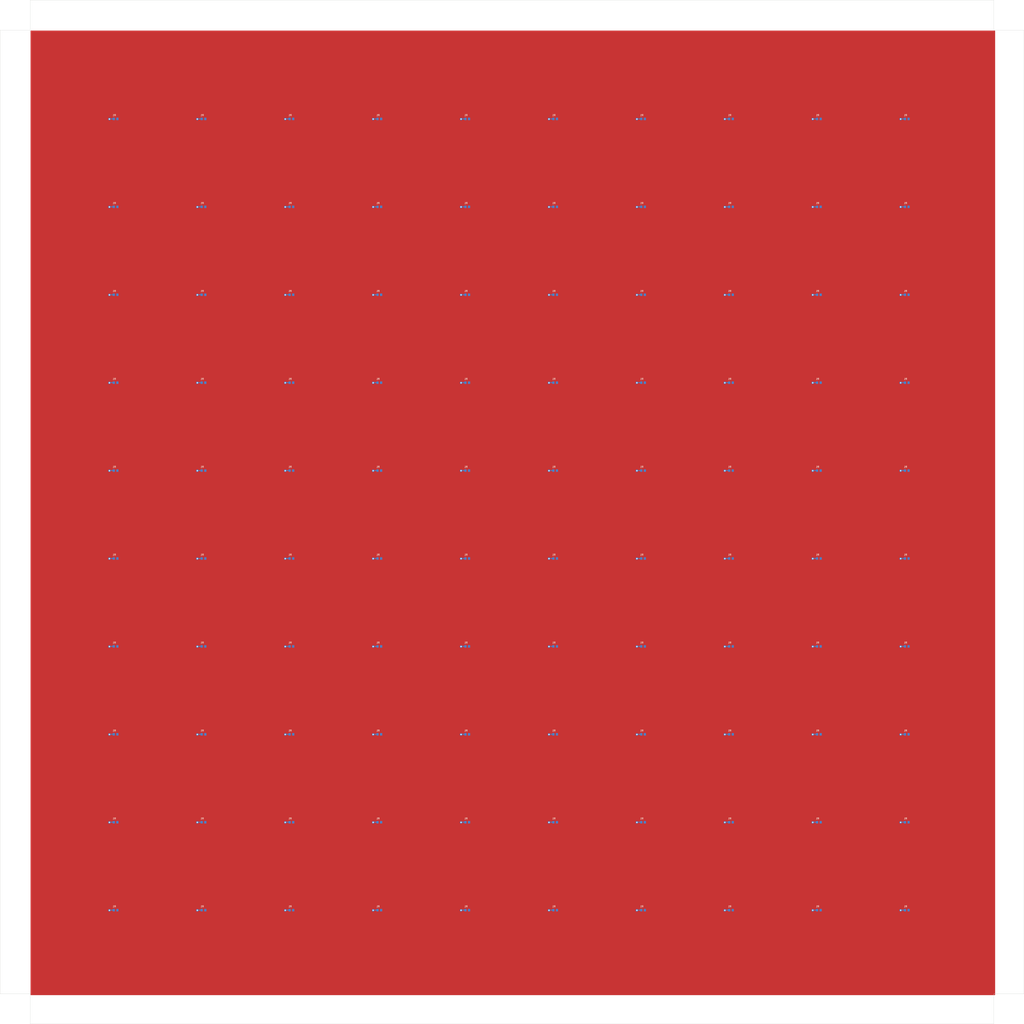
<source format=kicad_pcb>
(kicad_pcb (version 20241229) (generator "pcbnew") (generator_version "9.0")
  (layers (0 "F.Cu" signal) (2 "B.Cu" signal) (13 "F.Paste" user) (15 "B.Paste" user) (5 "F.SilkS" user "F.Silkscreen") (7 "B.SilkS" user "B.Silkscreen") (1 "F.Mask" user) (3 "B.Mask" user) (25 "Edge.Cuts" user))
  (net 0 "")
  (footprint "RC0402JR_0710RP:RESC1005X40N" (layer "B.Cu") (at 217.136365 49.754545 180)
    (property "Reference" "R1")
    (property "Value" "10")
  )
  (footprint "RC0402JR_0710RP:RESC1005X40N" (layer "B.Cu") (at 69.75455 218.190905 180)
    (property "Reference" "R1")
    (property "Value" "10")
  )
  (footprint "RC0402JR_0710RP:RESC1005X40N" (layer "B.Cu") (at 132.918185 91.863635 180)
    (property "Reference" "R1")
    (property "Value" "10")
  )
  (footprint "RC0402JR_0710RP:RESC1005X40N" (layer "B.Cu") (at 238.19091 197.13636 180)
    (property "Reference" "R1")
    (property "Value" "10")
  )
  (footprint "RC0402JR_0710RP:RESC1005X40N" (layer "B.Cu") (at 196.08182 49.754545 180)
    (property "Reference" "R1")
    (property "Value" "10")
  )
  (footprint "RC0402JR_0710RP:RESC1005X40N" (layer "B.Cu") (at 217.136365 112.91818 180)
    (property "Reference" "R1")
    (property "Value" "10")
  )
  (footprint "RC0402JR_0710RP:RESC1005X40N" (layer "B.Cu") (at 175.027275 218.190905 180)
    (property "Reference" "R1")
    (property "Value" "10")
  )
  (footprint "RC0402JR_0710RP:RESC1005X40N" (layer "B.Cu") (at 69.75455 70.80909 180)
    (property "Reference" "R1")
    (property "Value" "10")
  )
  (footprint "RC0402JR_0710RP:RESC1005X40N" (layer "B.Cu") (at 132.918185 197.13636 180)
    (property "Reference" "R1")
    (property "Value" "10")
  )
  (footprint "RC0402JR_0710RP:RESC1005X40N" (layer "B.Cu") (at 90.809095 197.13636 180)
    (property "Reference" "R1")
    (property "Value" "10")
  )
  (footprint "RC0402JR_0710RP:RESC1005X40N" (layer "B.Cu") (at 259.245455 155.02727 180)
    (property "Reference" "R1")
    (property "Value" "10")
  )
  (footprint "RC0402JR_0710RP:RESC1005X40N" (layer "B.Cu") (at 259.245455 197.13636 180)
    (property "Reference" "R1")
    (property "Value" "10")
  )
  (footprint "RC0402JR_0710RP:RESC1005X40N" (layer "B.Cu") (at 90.809095 70.80909 180)
    (property "Reference" "R1")
    (property "Value" "10")
  )
  (footprint "RC0402JR_0710RP:RESC1005X40N" (layer "B.Cu") (at 238.19091 218.190905 180)
    (property "Reference" "R1")
    (property "Value" "10")
  )
  (footprint "RC0402JR_0710RP:RESC1005X40N" (layer "B.Cu") (at 132.918185 70.80909 180)
    (property "Reference" "R1")
    (property "Value" "10")
  )
  (footprint "RC0402JR_0710RP:RESC1005X40N" (layer "B.Cu") (at 217.136365 176.081815 180)
    (property "Reference" "R1")
    (property "Value" "10")
  )
  (footprint "RC0402JR_0710RP:RESC1005X40N" (layer "B.Cu") (at 111.86364 218.190905 180)
    (property "Reference" "R1")
    (property "Value" "10")
  )
  (footprint "RC0402JR_0710RP:RESC1005X40N" (layer "B.Cu") (at 132.918185 218.190905 180)
    (property "Reference" "R1")
    (property "Value" "10")
  )
  (footprint "RC0402JR_0710RP:RESC1005X40N" (layer "B.Cu") (at 111.86364 239.24545 180)
    (property "Reference" "R1")
    (property "Value" "10")
  )
  (footprint "RC0402JR_0710RP:RESC1005X40N" (layer "B.Cu") (at 259.245455 133.972725 180)
    (property "Reference" "R1")
    (property "Value" "10")
  )
  (footprint "RC0402JR_0710RP:RESC1005X40N" (layer "B.Cu") (at 90.809095 112.91818 180)
    (property "Reference" "R1")
    (property "Value" "10")
  )
  (footprint "RC0402JR_0710RP:RESC1005X40N" (layer "B.Cu") (at 175.027275 49.754545 180)
    (property "Reference" "R1")
    (property "Value" "10")
  )
  (footprint "RC0402JR_0710RP:RESC1005X40N" (layer "B.Cu") (at 175.027275 176.081815 180)
    (property "Reference" "R1")
    (property "Value" "10")
  )
  (footprint "RC0402JR_0710RP:RESC1005X40N" (layer "B.Cu") (at 259.245455 218.190905 180)
    (property "Reference" "R1")
    (property "Value" "10")
  )
  (footprint "RC0402JR_0710RP:RESC1005X40N" (layer "B.Cu") (at 69.75455 239.24545 180)
    (property "Reference" "R1")
    (property "Value" "10")
  )
  (footprint "RC0402JR_0710RP:RESC1005X40N" (layer "B.Cu") (at 196.08182 112.91818 180)
    (property "Reference" "R1")
    (property "Value" "10")
  )
  (footprint "RC0402JR_0710RP:RESC1005X40N" (layer "B.Cu") (at 175.027275 155.02727 180)
    (property "Reference" "R1")
    (property "Value" "10")
  )
  (footprint "RC0402JR_0710RP:RESC1005X40N" (layer "B.Cu") (at 238.19091 155.02727 180)
    (property "Reference" "R1")
    (property "Value" "10")
  )
  (footprint "RC0402JR_0710RP:RESC1005X40N" (layer "B.Cu") (at 259.245455 239.24545 180)
    (property "Reference" "R1")
    (property "Value" "10")
  )
  (footprint "RC0402JR_0710RP:RESC1005X40N" (layer "B.Cu") (at 196.08182 218.190905 180)
    (property "Reference" "R1")
    (property "Value" "10")
  )
  (footprint "RC0402JR_0710RP:RESC1005X40N" (layer "B.Cu") (at 196.08182 197.13636 180)
    (property "Reference" "R1")
    (property "Value" "10")
  )
  (footprint "RC0402JR_0710RP:RESC1005X40N" (layer "B.Cu") (at 132.918185 239.24545 180)
    (property "Reference" "R1")
    (property "Value" "10")
  )
  (footprint "RC0402JR_0710RP:RESC1005X40N" (layer "B.Cu") (at 175.027275 112.91818 180)
    (property "Reference" "R1")
    (property "Value" "10")
  )
  (footprint "RC0402JR_0710RP:RESC1005X40N" (layer "B.Cu") (at 238.19091 176.081815 180)
    (property "Reference" "R1")
    (property "Value" "10")
  )
  (footprint "RC0402JR_0710RP:RESC1005X40N" (layer "B.Cu") (at 111.86364 91.863635 180)
    (property "Reference" "R1")
    (property "Value" "10")
  )
  (footprint "RC0402JR_0710RP:RESC1005X40N" (layer "B.Cu") (at 196.08182 155.02727 180)
    (property "Reference" "R1")
    (property "Value" "10")
  )
  (footprint "RC0402JR_0710RP:RESC1005X40N" (layer "B.Cu") (at 153.97273 197.13636 180)
    (property "Reference" "R1")
    (property "Value" "10")
  )
  (footprint "RC0402JR_0710RP:RESC1005X40N" (layer "B.Cu") (at 111.86364 197.13636 180)
    (property "Reference" "R1")
    (property "Value" "10")
  )
  (footprint "RC0402JR_0710RP:RESC1005X40N" (layer "B.Cu") (at 196.08182 176.081815 180)
    (property "Reference" "R1")
    (property "Value" "10")
  )
  (footprint "RC0402JR_0710RP:RESC1005X40N" (layer "B.Cu") (at 153.97273 155.02727 180)
    (property "Reference" "R1")
    (property "Value" "10")
  )
  (footprint "RC0402JR_0710RP:RESC1005X40N" (layer "B.Cu") (at 153.97273 239.24545 180)
    (property "Reference" "R1")
    (property "Value" "10")
  )
  (footprint "RC0402JR_0710RP:RESC1005X40N" (layer "B.Cu") (at 217.136365 239.24545 180)
    (property "Reference" "R1")
    (property "Value" "10")
  )
  (footprint "RC0402JR_0710RP:RESC1005X40N" (layer "B.Cu") (at 132.918185 155.02727 180)
    (property "Reference" "R1")
    (property "Value" "10")
  )
  (footprint "RC0402JR_0710RP:RESC1005X40N" (layer "B.Cu") (at 238.19091 133.972725 180)
    (property "Reference" "R1")
    (property "Value" "10")
  )
  (footprint "RC0402JR_0710RP:RESC1005X40N" (layer "B.Cu") (at 111.86364 133.972725 180)
    (property "Reference" "R1")
    (property "Value" "10")
  )
  (footprint "RC0402JR_0710RP:RESC1005X40N" (layer "B.Cu") (at 217.136365 218.190905 180)
    (property "Reference" "R1")
    (property "Value" "10")
  )
  (footprint "RC0402JR_0710RP:RESC1005X40N" (layer "B.Cu") (at 153.97273 91.863635 180)
    (property "Reference" "R1")
    (property "Value" "10")
  )
  (footprint "RC0402JR_0710RP:RESC1005X40N" (layer "B.Cu") (at 132.918185 112.91818 180)
    (property "Reference" "R1")
    (property "Value" "10")
  )
  (footprint "RC0402JR_0710RP:RESC1005X40N" (layer "B.Cu") (at 175.027275 197.13636 180)
    (property "Reference" "R1")
    (property "Value" "10")
  )
  (footprint "RC0402JR_0710RP:RESC1005X40N" (layer "B.Cu") (at 132.918185 133.972725 180)
    (property "Reference" "R1")
    (property "Value" "10")
  )
  (footprint "RC0402JR_0710RP:RESC1005X40N" (layer "B.Cu") (at 90.809095 176.081815 180)
    (property "Reference" "R1")
    (property "Value" "10")
  )
  (footprint "RC0402JR_0710RP:RESC1005X40N" (layer "B.Cu") (at 69.75455 155.02727 180)
    (property "Reference" "R1")
    (property "Value" "10")
  )
  (footprint "RC0402JR_0710RP:RESC1005X40N" (layer "B.Cu") (at 90.809095 133.972725 180)
    (property "Reference" "R1")
    (property "Value" "10")
  )
  (footprint "RC0402JR_0710RP:RESC1005X40N" (layer "B.Cu") (at 259.245455 91.863635 180)
    (property "Reference" "R1")
    (property "Value" "10")
  )
  (footprint "RC0402JR_0710RP:RESC1005X40N" (layer "B.Cu") (at 217.136365 70.80909 180)
    (property "Reference" "R1")
    (property "Value" "10")
  )
  (footprint "RC0402JR_0710RP:RESC1005X40N" (layer "B.Cu") (at 90.809095 155.02727 180)
    (property "Reference" "R1")
    (property "Value" "10")
  )
  (footprint "RC0402JR_0710RP:RESC1005X40N" (layer "B.Cu") (at 217.136365 133.972725 180)
    (property "Reference" "R1")
    (property "Value" "10")
  )
  (footprint "RC0402JR_0710RP:RESC1005X40N" (layer "B.Cu") (at 217.136365 155.02727 180)
    (property "Reference" "R1")
    (property "Value" "10")
  )
  (footprint "RC0402JR_0710RP:RESC1005X40N" (layer "B.Cu") (at 196.08182 91.863635 180)
    (property "Reference" "R1")
    (property "Value" "10")
  )
  (footprint "RC0402JR_0710RP:RESC1005X40N" (layer "B.Cu") (at 90.809095 91.863635 180)
    (property "Reference" "R1")
    (property "Value" "10")
  )
  (footprint "RC0402JR_0710RP:RESC1005X40N" (layer "B.Cu") (at 196.08182 239.24545 180)
    (property "Reference" "R1")
    (property "Value" "10")
  )
  (footprint "RC0402JR_0710RP:RESC1005X40N" (layer "B.Cu") (at 132.918185 176.081815 180)
    (property "Reference" "R1")
    (property "Value" "10")
  )
  (footprint "RC0402JR_0710RP:RESC1005X40N" (layer "B.Cu") (at 69.75455 112.91818 180)
    (property "Reference" "R1")
    (property "Value" "10")
  )
  (footprint "RC0402JR_0710RP:RESC1005X40N" (layer "B.Cu") (at 153.97273 112.91818 180)
    (property "Reference" "R1")
    (property "Value" "10")
  )
  (footprint "RC0402JR_0710RP:RESC1005X40N" (layer "B.Cu") (at 111.86364 49.754545 180)
    (property "Reference" "R1")
    (property "Value" "10")
  )
  (footprint "RC0402JR_0710RP:RESC1005X40N" (layer "B.Cu") (at 259.245455 176.081815 180)
    (property "Reference" "R1")
    (property "Value" "10")
  )
  (footprint "RC0402JR_0710RP:RESC1005X40N" (layer "B.Cu") (at 69.75455 197.13636 180)
    (property "Reference" "R1")
    (property "Value" "10")
  )
  (footprint "RC0402JR_0710RP:RESC1005X40N" (layer "B.Cu") (at 196.08182 70.80909 180)
    (property "Reference" "R1")
    (property "Value" "10")
  )
  (footprint "RC0402JR_0710RP:RESC1005X40N" (layer "B.Cu") (at 153.97273 49.754545 180)
    (property "Reference" "R1")
    (property "Value" "10")
  )
  (footprint "RC0402JR_0710RP:RESC1005X40N" (layer "B.Cu") (at 90.809095 218.190905 180)
    (property "Reference" "R1")
    (property "Value" "10")
  )
  (footprint "RC0402JR_0710RP:RESC1005X40N" (layer "B.Cu") (at 259.245455 70.80909 180)
    (property "Reference" "R1")
    (property "Value" "10")
  )
  (footprint "RC0402JR_0710RP:RESC1005X40N" (layer "B.Cu") (at 217.136365 91.863635 180)
    (property "Reference" "R1")
    (property "Value" "10")
  )
  (footprint "RC0402JR_0710RP:RESC1005X40N" (layer "B.Cu") (at 69.75455 133.972725 180)
    (property "Reference" "R1")
    (property "Value" "10")
  )
  (footprint "RC0402JR_0710RP:RESC1005X40N" (layer "B.Cu") (at 175.027275 91.863635 180)
    (property "Reference" "R1")
    (property "Value" "10")
  )
  (footprint "RC0402JR_0710RP:RESC1005X40N" (layer "B.Cu") (at 69.75455 91.863635 180)
    (property "Reference" "R1")
    (property "Value" "10")
  )
  (footprint "RC0402JR_0710RP:RESC1005X40N" (layer "B.Cu") (at 217.136365 197.13636 180)
    (property "Reference" "R1")
    (property "Value" "10")
  )
  (footprint "RC0402JR_0710RP:RESC1005X40N" (layer "B.Cu") (at 238.19091 112.91818 180)
    (property "Reference" "R1")
    (property "Value" "10")
  )
  (footprint "RC0402JR_0710RP:RESC1005X40N" (layer "B.Cu") (at 111.86364 176.081815 180)
    (property "Reference" "R1")
    (property "Value" "10")
  )
  (footprint "RC0402JR_0710RP:RESC1005X40N" (layer "B.Cu") (at 153.97273 133.972725 180)
    (property "Reference" "R1")
    (property "Value" "10")
  )
  (footprint "RC0402JR_0710RP:RESC1005X40N" (layer "B.Cu") (at 175.027275 239.24545 180)
    (property "Reference" "R1")
    (property "Value" "10")
  )
  (footprint "RC0402JR_0710RP:RESC1005X40N" (layer "B.Cu") (at 69.75455 49.754545 180)
    (property "Reference" "R1")
    (property "Value" "10")
  )
  (footprint "RC0402JR_0710RP:RESC1005X40N" (layer "B.Cu") (at 175.027275 70.80909 180)
    (property "Reference" "R1")
    (property "Value" "10")
  )
  (footprint "RC0402JR_0710RP:RESC1005X40N" (layer "B.Cu") (at 153.97273 70.80909 180)
    (property "Reference" "R1")
    (property "Value" "10")
  )
  (footprint "RC0402JR_0710RP:RESC1005X40N" (layer "B.Cu") (at 238.19091 239.24545 180)
    (property "Reference" "R1")
    (property "Value" "10")
  )
  (footprint "RC0402JR_0710RP:RESC1005X40N" (layer "B.Cu") (at 153.97273 218.190905 180)
    (property "Reference" "R1")
    (property "Value" "10")
  )
  (footprint "RC0402JR_0710RP:RESC1005X40N" (layer "B.Cu") (at 90.809095 49.754545 180)
    (property "Reference" "R1")
    (property "Value" "10")
  )
  (footprint "RC0402JR_0710RP:RESC1005X40N" (layer "B.Cu") (at 175.027275 133.972725 180)
    (property "Reference" "R1")
    (property "Value" "10")
  )
  (footprint "RC0402JR_0710RP:RESC1005X40N" (layer "B.Cu") (at 238.19091 70.80909 180)
    (property "Reference" "R1")
    (property "Value" "10")
  )
  (footprint "RC0402JR_0710RP:RESC1005X40N" (layer "B.Cu") (at 90.809095 239.24545 180)
    (property "Reference" "R1")
    (property "Value" "10")
  )
  (footprint "RC0402JR_0710RP:RESC1005X40N" (layer "B.Cu") (at 238.19091 49.754545 180)
    (property "Reference" "R1")
    (property "Value" "10")
  )
  (footprint "RC0402JR_0710RP:RESC1005X40N" (layer "B.Cu") (at 259.245455 49.754545 180)
    (property "Reference" "R1")
    (property "Value" "10")
  )
  (footprint "RC0402JR_0710RP:RESC1005X40N" (layer "B.Cu") (at 259.245455 112.91818 180)
    (property "Reference" "R1")
    (property "Value" "10")
  )
  (footprint "RC0402JR_0710RP:RESC1005X40N" (layer "B.Cu") (at 111.86364 112.91818 180)
    (property "Reference" "R1")
    (property "Value" "10")
  )
  (footprint "RC0402JR_0710RP:RESC1005X40N" (layer "B.Cu") (at 111.86364 155.02727 180)
    (property "Reference" "R1")
    (property "Value" "10")
  )
  (footprint "RC0402JR_0710RP:RESC1005X40N" (layer "B.Cu") (at 111.86364 70.80909 180)
    (property "Reference" "R1")
    (property "Value" "10")
  )
  (footprint "RC0402JR_0710RP:RESC1005X40N" (layer "B.Cu") (at 238.19091 91.863635 180)
    (property "Reference" "R1")
    (property "Value" "10")
  )
  (footprint "RC0402JR_0710RP:RESC1005X40N" (layer "B.Cu") (at 196.08182 133.972725 180)
    (property "Reference" "R1")
    (property "Value" "10")
  )
  (footprint "RC0402JR_0710RP:RESC1005X40N" (layer "B.Cu") (at 153.97273 176.081815 180)
    (property "Reference" "R1")
    (property "Value" "10")
  )
  (footprint "RC0402JR_0710RP:RESC1005X40N" (layer "B.Cu") (at 69.75455 176.081815 180)
    (property "Reference" "R1")
    (property "Value" "10")
  )
  (footprint "RC0402JR_0710RP:RESC1005X40N" (layer "B.Cu") (at 132.918185 49.754545 180)
    (property "Reference" "R1")
    (property "Value" "10")
  )
  (gr_rect (start 49.5 28.7) (end 280.3 259.5) (stroke (width 0.2)) (fill yes) (layer "F.Cu"))
  (gr_poly (pts (xy 280.1 21.3) (xy 280.1 28.5) (xy 287.3 28.5) (xy 287.3 259.3) (xy 280.1 259.3) (xy 280.1 266.5) (xy 49.3 266.5) (xy 49.3 259.3) (xy 42.1 259.3) (xy 42.1 28.5) (xy 49.3 28.5) (xy 49.3 21.3)) (stroke (width 0.05)) (fill no) (layer "Edge.Cuts"))
  (segment (start 236.71381 155.045455) (end 235.91381 155.045455) (width 0.2) (layer "F.Cu") (net 0))
  (segment (start 110.38654 134.045455) (end 109.58654 134.045455) (width 0.2) (layer "F.Cu") (net 0))
  (segment (start 89.331995 197.245455) (end 88.531995 197.245455) (width 0.2) (layer "F.Cu") (net 0))
  (segment (start 110.38654 70.845455) (end 109.58654 70.845455) (width 0.2) (layer "F.Cu") (net 0))
  (segment (start 173.650175 176.145455) (end 172.850175 176.145455) (width 0.2) (layer "F.Cu") (net 0))
  (segment (start 194.60472 197.245455) (end 193.80472 197.245455) (width 0.2) (layer "F.Cu") (net 0))
  (segment (start 152.49563 155.045455) (end 151.69563 155.045455) (width 0.2) (layer "F.Cu") (net 0))
  (segment (start 89.331995 49.79091) (end 88.531995 49.79091) (width 0.2) (layer "F.Cu") (net 0))
  (segment (start 215.659265 197.245455) (end 214.859265 197.245455) (width 0.2) (layer "F.Cu") (net 0))
  (segment (start 89.431995 176.145455) (end 88.631995 176.145455) (width 0.2) (layer "F.Cu") (net 0))
  (segment (start 257.768355 218.245455) (end 256.968355 218.245455) (width 0.2) (layer "F.Cu") (net 0))
  (segment (start 110.38654 91.945455) (end 109.58654 91.945455) (width 0.2) (layer "F.Cu") (net 0))
  (segment (start 89.331995 70.845455) (end 88.531995 70.845455) (width 0.2) (layer "F.Cu") (net 0))
  (segment (start 236.71381 70.845455) (end 235.91381 70.845455) (width 0.2) (layer "F.Cu") (net 0))
  (segment (start 152.59563 176.145455) (end 151.79563 176.145455) (width 0.2) (layer "F.Cu") (net 0))
  (segment (start 152.49563 134.045455) (end 151.69563 134.045455) (width 0.2) (layer "F.Cu") (net 0))
  (segment (start 215.659265 91.945455) (end 214.859265 91.945455) (width 0.2) (layer "F.Cu") (net 0))
  (segment (start 131.441085 91.945455) (end 130.641085 91.945455) (width 0.2) (layer "F.Cu") (net 0))
  (segment (start 257.868355 176.145455) (end 257.068355 176.145455) (width 0.2) (layer "F.Cu") (net 0))
  (segment (start 194.60472 155.045455) (end 193.80472 155.045455) (width 0.2) (layer "F.Cu") (net 0))
  (segment (start 68.27745 70.845455) (end 67.47745 70.845455) (width 0.2) (layer "F.Cu") (net 0))
  (segment (start 68.27745 134.045455) (end 67.47745 134.045455) (width 0.2) (layer "F.Cu") (net 0))
  (segment (start 110.38654 112.945455) (end 109.58654 112.945455) (width 0.2) (layer "F.Cu") (net 0))
  (segment (start 110.38654 155.045455) (end 109.58654 155.045455) (width 0.2) (layer "F.Cu") (net 0))
  (segment (start 236.71381 218.245455) (end 235.91381 218.245455) (width 0.2) (layer "F.Cu") (net 0))
  (segment (start 194.60472 91.945455) (end 193.80472 91.945455) (width 0.2) (layer "F.Cu") (net 0))
  (segment (start 131.441085 197.245455) (end 130.641085 197.245455) (width 0.2) (layer "F.Cu") (net 0))
  (segment (start 236.71381 112.945455) (end 235.91381 112.945455) (width 0.2) (layer "F.Cu") (net 0))
  (segment (start 89.331995 155.045455) (end 88.531995 155.045455) (width 0.2) (layer "F.Cu") (net 0))
  (segment (start 257.768355 70.845455) (end 256.968355 70.845455) (width 0.2) (layer "F.Cu") (net 0))
  (segment (start 236.71381 239.345455) (end 235.91381 239.345455) (width 0.2) (layer "F.Cu") (net 0))
  (segment (start 194.70472 176.145455) (end 193.90472 176.145455) (width 0.2) (layer "F.Cu") (net 0))
  (segment (start 152.49563 49.79091) (end 151.69563 49.79091) (width 0.2) (layer "F.Cu") (net 0))
  (segment (start 131.441085 112.945455) (end 130.641085 112.945455) (width 0.2) (layer "F.Cu") (net 0))
  (segment (start 257.768355 91.945455) (end 256.968355 91.945455) (width 0.2) (layer "F.Cu") (net 0))
  (segment (start 152.49563 197.245455) (end 151.69563 197.245455) (width 0.2) (layer "F.Cu") (net 0))
  (segment (start 215.659265 218.245455) (end 214.859265 218.245455) (width 0.2) (layer "F.Cu") (net 0))
  (segment (start 152.49563 218.245455) (end 151.69563 218.245455) (width 0.2) (layer "F.Cu") (net 0))
  (segment (start 68.27745 197.245455) (end 67.47745 197.245455) (width 0.2) (layer "F.Cu") (net 0))
  (segment (start 173.550175 49.79091) (end 172.750175 49.79091) (width 0.2) (layer "F.Cu") (net 0))
  (segment (start 68.27745 218.245455) (end 67.47745 218.245455) (width 0.2) (layer "F.Cu") (net 0))
  (segment (start 173.550175 134.045455) (end 172.750175 134.045455) (width 0.2) (layer "F.Cu") (net 0))
  (segment (start 110.48654 176.145455) (end 109.68654 176.145455) (width 0.2) (layer "F.Cu") (net 0))
  (segment (start 152.49563 239.345455) (end 151.69563 239.345455) (width 0.2) (layer "F.Cu") (net 0))
  (segment (start 236.71381 91.945455) (end 235.91381 91.945455) (width 0.2) (layer "F.Cu") (net 0))
  (segment (start 215.659265 239.345455) (end 214.859265 239.345455) (width 0.2) (layer "F.Cu") (net 0))
  (segment (start 215.659265 70.845455) (end 214.859265 70.845455) (width 0.2) (layer "F.Cu") (net 0))
  (segment (start 236.81381 176.145455) (end 236.01381 176.145455) (width 0.2) (layer "F.Cu") (net 0))
  (segment (start 131.441085 239.345455) (end 130.641085 239.345455) (width 0.2) (layer "F.Cu") (net 0))
  (segment (start 152.49563 70.845455) (end 151.69563 70.845455) (width 0.2) (layer "F.Cu") (net 0))
  (segment (start 257.768355 112.945455) (end 256.968355 112.945455) (width 0.2) (layer "F.Cu") (net 0))
  (segment (start 257.768355 197.245455) (end 256.968355 197.245455) (width 0.2) (layer "F.Cu") (net 0))
  (segment (start 89.331995 239.345455) (end 88.531995 239.345455) (width 0.2) (layer "F.Cu") (net 0))
  (segment (start 173.550175 197.245455) (end 172.750175 197.245455) (width 0.2) (layer "F.Cu") (net 0))
  (segment (start 257.768355 239.345455) (end 256.968355 239.345455) (width 0.2) (layer "F.Cu") (net 0))
  (segment (start 131.441085 155.045455) (end 130.641085 155.045455) (width 0.2) (layer "F.Cu") (net 0))
  (segment (start 68.27745 155.045455) (end 67.47745 155.045455) (width 0.2) (layer "F.Cu") (net 0))
  (segment (start 110.38654 49.79091) (end 109.58654 49.79091) (width 0.2) (layer "F.Cu") (net 0))
  (segment (start 257.768355 49.79091) (end 256.968355 49.79091) (width 0.2) (layer "F.Cu") (net 0))
  (segment (start 152.49563 112.945455) (end 151.69563 112.945455) (width 0.2) (layer "F.Cu") (net 0))
  (segment (start 131.441085 134.045455) (end 130.641085 134.045455) (width 0.2) (layer "F.Cu") (net 0))
  (segment (start 194.60472 239.345455) (end 193.80472 239.345455) (width 0.2) (layer "F.Cu") (net 0))
  (segment (start 89.331995 91.945455) (end 88.531995 91.945455) (width 0.2) (layer "F.Cu") (net 0))
  (segment (start 257.768355 134.045455) (end 256.968355 134.045455) (width 0.2) (layer "F.Cu") (net 0))
  (segment (start 89.331995 218.245455) (end 88.531995 218.245455) (width 0.2) (layer "F.Cu") (net 0))
  (segment (start 194.60472 134.045455) (end 193.80472 134.045455) (width 0.2) (layer "F.Cu") (net 0))
  (segment (start 110.38654 218.245455) (end 109.58654 218.245455) (width 0.2) (layer "F.Cu") (net 0))
  (segment (start 194.60472 112.945455) (end 193.80472 112.945455) (width 0.2) (layer "F.Cu") (net 0))
  (segment (start 131.441085 49.79091) (end 130.641085 49.79091) (width 0.2) (layer "F.Cu") (net 0))
  (segment (start 173.550175 155.045455) (end 172.750175 155.045455) (width 0.2) (layer "F.Cu") (net 0))
  (segment (start 68.37745 176.145455) (end 67.57745 176.145455) (width 0.2) (layer "F.Cu") (net 0))
  (segment (start 152.49563 91.945455) (end 151.69563 91.945455) (width 0.2) (layer "F.Cu") (net 0))
  (segment (start 110.38654 239.345455) (end 109.58654 239.345455) (width 0.2) (layer "F.Cu") (net 0))
  (segment (start 131.441085 218.245455) (end 130.641085 218.245455) (width 0.2) (layer "F.Cu") (net 0))
  (segment (start 236.71381 134.045455) (end 235.91381 134.045455) (width 0.2) (layer "F.Cu") (net 0))
  (segment (start 89.331995 134.045455) (end 88.531995 134.045455) (width 0.2) (layer "F.Cu") (net 0))
  (segment (start 194.60472 218.245455) (end 193.80472 218.245455) (width 0.2) (layer "F.Cu") (net 0))
  (segment (start 68.27745 112.945455) (end 67.47745 112.945455) (width 0.2) (layer "F.Cu") (net 0))
  (segment (start 131.441085 70.845455) (end 130.641085 70.845455) (width 0.2) (layer "F.Cu") (net 0))
  (segment (start 173.550175 70.845455) (end 172.750175 70.845455) (width 0.2) (layer "F.Cu") (net 0))
  (segment (start 194.60472 70.845455) (end 193.80472 70.845455) (width 0.2) (layer "F.Cu") (net 0))
  (segment (start 215.759265 176.145455) (end 214.959265 176.145455) (width 0.2) (layer "F.Cu") (net 0))
  (segment (start 215.659265 49.79091) (end 214.859265 49.79091) (width 0.2) (layer "F.Cu") (net 0))
  (segment (start 215.659265 155.045455) (end 214.859265 155.045455) (width 0.2) (layer "F.Cu") (net 0))
  (segment (start 68.27745 91.945455) (end 67.47745 91.945455) (width 0.2) (layer "F.Cu") (net 0))
  (segment (start 215.659265 134.045455) (end 214.859265 134.045455) (width 0.2) (layer "F.Cu") (net 0))
  (segment (start 194.60472 49.79091) (end 193.80472 49.79091) (width 0.2) (layer "F.Cu") (net 0))
  (segment (start 110.38654 197.245455) (end 109.58654 197.245455) (width 0.2) (layer "F.Cu") (net 0))
  (segment (start 215.659265 112.945455) (end 214.859265 112.945455) (width 0.2) (layer "F.Cu") (net 0))
  (segment (start 173.550175 112.945455) (end 172.750175 112.945455) (width 0.2) (layer "F.Cu") (net 0))
  (segment (start 131.541085 176.145455) (end 130.741085 176.145455) (width 0.2) (layer "F.Cu") (net 0))
  (segment (start 173.550175 218.245455) (end 172.750175 218.245455) (width 0.2) (layer "F.Cu") (net 0))
  (segment (start 236.71381 49.79091) (end 235.91381 49.79091) (width 0.2) (layer "F.Cu") (net 0))
  (segment (start 89.331995 112.945455) (end 88.531995 112.945455) (width 0.2) (layer "F.Cu") (net 0))
  (segment (start 173.550175 239.345455) (end 172.750175 239.345455) (width 0.2) (layer "F.Cu") (net 0))
  (segment (start 173.550175 91.945455) (end 172.750175 91.945455) (width 0.2) (layer "F.Cu") (net 0))
  (segment (start 257.768355 155.045455) (end 256.968355 155.045455) (width 0.2) (layer "F.Cu") (net 0))
  (segment (start 68.27745 49.79091) (end 67.47745 49.79091) (width 0.2) (layer "F.Cu") (net 0))
  (segment (start 68.27745 239.345455) (end 67.47745 239.345455) (width 0.2) (layer "F.Cu") (net 0))
  (segment (start 236.71381 197.245455) (end 235.91381 197.245455) (width 0.2) (layer "F.Cu") (net 0))
  (via (at 89.331995 70.845455) (size 0.6) (drill 0.3) (layers "F.Cu" "B.Cu") (net 0))
  (via (at 68.27745 134.00909) (size 0.6) (drill 0.3) (layers "F.Cu" "B.Cu") (net 0))
  (via (at 131.441085 155.063635) (size 0.6) (drill 0.3) (layers "F.Cu" "B.Cu") (net 0))
  (via (at 194.60472 70.845455) (size 0.6) (drill 0.3) (layers "F.Cu" "B.Cu") (net 0))
  (via (at 257.768355 112.954545) (size 0.6) (drill 0.3) (layers "F.Cu" "B.Cu") (net 0))
  (via (at 131.441085 112.954545) (size 0.6) (drill 0.3) (layers "F.Cu" "B.Cu") (net 0))
  (via (at 215.659265 112.954545) (size 0.6) (drill 0.3) (layers "F.Cu" "B.Cu") (net 0))
  (via (at 131.441085 49.79091) (size 0.6) (drill 0.3) (layers "F.Cu" "B.Cu") (net 0))
  (via (at 68.27745 197.172725) (size 0.6) (drill 0.3) (layers "F.Cu" "B.Cu") (net 0))
  (via (at 110.38654 112.954545) (size 0.6) (drill 0.3) (layers "F.Cu" "B.Cu") (net 0))
  (via (at 110.38654 218.22727) (size 0.6) (drill 0.3) (layers "F.Cu" "B.Cu") (net 0))
  (via (at 173.550175 176.11818) (size 0.6) (drill 0.3) (layers "F.Cu" "B.Cu") (net 0))
  (via (at 194.60472 112.954545) (size 0.6) (drill 0.3) (layers "F.Cu" "B.Cu") (net 0))
  (via (at 257.768355 91.9) (size 0.6) (drill 0.3) (layers "F.Cu" "B.Cu") (net 0))
  (via (at 194.60472 239.281815) (size 0.6) (drill 0.3) (layers "F.Cu" "B.Cu") (net 0))
  (via (at 152.49563 70.845455) (size 0.6) (drill 0.3) (layers "F.Cu" "B.Cu") (net 0))
  (via (at 89.331995 112.954545) (size 0.6) (drill 0.3) (layers "F.Cu" "B.Cu") (net 0))
  (via (at 215.659265 197.172725) (size 0.6) (drill 0.3) (layers "F.Cu" "B.Cu") (net 0))
  (via (at 194.60472 49.79091) (size 0.6) (drill 0.3) (layers "F.Cu" "B.Cu") (net 0))
  (via (at 236.71381 49.79091) (size 0.6) (drill 0.3) (layers "F.Cu" "B.Cu") (net 0))
  (via (at 173.550175 134.00909) (size 0.6) (drill 0.3) (layers "F.Cu" "B.Cu") (net 0))
  (via (at 110.38654 239.281815) (size 0.6) (drill 0.3) (layers "F.Cu" "B.Cu") (net 0))
  (via (at 173.550175 197.172725) (size 0.6) (drill 0.3) (layers "F.Cu" "B.Cu") (net 0))
  (via (at 215.659265 218.22727) (size 0.6) (drill 0.3) (layers "F.Cu" "B.Cu") (net 0))
  (via (at 68.27745 239.281815) (size 0.6) (drill 0.3) (layers "F.Cu" "B.Cu") (net 0))
  (via (at 173.550175 91.9) (size 0.6) (drill 0.3) (layers "F.Cu" "B.Cu") (net 0))
  (via (at 173.550175 112.954545) (size 0.6) (drill 0.3) (layers "F.Cu" "B.Cu") (net 0))
  (via (at 257.768355 155.063635) (size 0.6) (drill 0.3) (layers "F.Cu" "B.Cu") (net 0))
  (via (at 236.71381 197.172725) (size 0.6) (drill 0.3) (layers "F.Cu" "B.Cu") (net 0))
  (via (at 215.659265 134.00909) (size 0.6) (drill 0.3) (layers "F.Cu" "B.Cu") (net 0))
  (via (at 194.60472 155.063635) (size 0.6) (drill 0.3) (layers "F.Cu" "B.Cu") (net 0))
  (via (at 68.27745 218.22727) (size 0.6) (drill 0.3) (layers "F.Cu" "B.Cu") (net 0))
  (via (at 194.60472 197.172725) (size 0.6) (drill 0.3) (layers "F.Cu" "B.Cu") (net 0))
  (via (at 173.550175 239.281815) (size 0.6) (drill 0.3) (layers "F.Cu" "B.Cu") (net 0))
  (via (at 236.71381 218.22727) (size 0.6) (drill 0.3) (layers "F.Cu" "B.Cu") (net 0))
  (via (at 152.49563 91.9) (size 0.6) (drill 0.3) (layers "F.Cu" "B.Cu") (net 0))
  (via (at 236.71381 155.063635) (size 0.6) (drill 0.3) (layers "F.Cu" "B.Cu") (net 0))
  (via (at 89.331995 239.281815) (size 0.6) (drill 0.3) (layers "F.Cu" "B.Cu") (net 0))
  (via (at 173.550175 49.79091) (size 0.6) (drill 0.3) (layers "F.Cu" "B.Cu") (net 0))
  (via (at 152.49563 155.063635) (size 0.6) (drill 0.3) (layers "F.Cu" "B.Cu") (net 0))
  (via (at 110.38654 91.9) (size 0.6) (drill 0.3) (layers "F.Cu" "B.Cu") (net 0))
  (via (at 194.60472 134.00909) (size 0.6) (drill 0.3) (layers "F.Cu" "B.Cu") (net 0))
  (via (at 89.331995 91.9) (size 0.6) (drill 0.3) (layers "F.Cu" "B.Cu") (net 0))
  (via (at 152.49563 49.79091) (size 0.6) (drill 0.3) (layers "F.Cu" "B.Cu") (net 0))
  (via (at 89.331995 155.063635) (size 0.6) (drill 0.3) (layers "F.Cu" "B.Cu") (net 0))
  (via (at 68.27745 91.9) (size 0.6) (drill 0.3) (layers "F.Cu" "B.Cu") (net 0))
  (via (at 257.768355 70.845455) (size 0.6) (drill 0.3) (layers "F.Cu" "B.Cu") (net 0))
  (via (at 215.659265 155.063635) (size 0.6) (drill 0.3) (layers "F.Cu" "B.Cu") (net 0))
  (via (at 173.550175 218.22727) (size 0.6) (drill 0.3) (layers "F.Cu" "B.Cu") (net 0))
  (via (at 89.331995 49.79091) (size 0.6) (drill 0.3) (layers "F.Cu" "B.Cu") (net 0))
  (via (at 110.38654 49.79091) (size 0.6) (drill 0.3) (layers "F.Cu" "B.Cu") (net 0))
  (via (at 110.38654 197.172725) (size 0.6) (drill 0.3) (layers "F.Cu" "B.Cu") (net 0))
  (via (at 215.659265 176.11818) (size 0.6) (drill 0.3) (layers "F.Cu" "B.Cu") (net 0))
  (via (at 152.49563 239.281815) (size 0.6) (drill 0.3) (layers "F.Cu" "B.Cu") (net 0))
  (via (at 110.38654 176.11818) (size 0.6) (drill 0.3) (layers "F.Cu" "B.Cu") (net 0))
  (via (at 236.71381 176.11818) (size 0.6) (drill 0.3) (layers "F.Cu" "B.Cu") (net 0))
  (via (at 257.768355 218.22727) (size 0.6) (drill 0.3) (layers "F.Cu" "B.Cu") (net 0))
  (via (at 68.27745 49.79091) (size 0.6) (drill 0.3) (layers "F.Cu" "B.Cu") (net 0))
  (via (at 257.768355 239.281815) (size 0.6) (drill 0.3) (layers "F.Cu" "B.Cu") (net 0))
  (via (at 68.27745 155.063635) (size 0.6) (drill 0.3) (layers "F.Cu" "B.Cu") (net 0))
  (via (at 89.331995 134.00909) (size 0.6) (drill 0.3) (layers "F.Cu" "B.Cu") (net 0))
  (via (at 89.331995 197.172725) (size 0.6) (drill 0.3) (layers "F.Cu" "B.Cu") (net 0))
  (via (at 152.49563 197.172725) (size 0.6) (drill 0.3) (layers "F.Cu" "B.Cu") (net 0))
  (via (at 215.659265 70.845455) (size 0.6) (drill 0.3) (layers "F.Cu" "B.Cu") (net 0))
  (via (at 215.659265 49.79091) (size 0.6) (drill 0.3) (layers "F.Cu" "B.Cu") (net 0))
  (via (at 257.768355 197.172725) (size 0.6) (drill 0.3) (layers "F.Cu" "B.Cu") (net 0))
  (via (at 215.659265 239.281815) (size 0.6) (drill 0.3) (layers "F.Cu" "B.Cu") (net 0))
  (via (at 194.60472 91.9) (size 0.6) (drill 0.3) (layers "F.Cu" "B.Cu") (net 0))
  (via (at 68.27745 176.11818) (size 0.6) (drill 0.3) (layers "F.Cu" "B.Cu") (net 0))
  (via (at 131.441085 239.281815) (size 0.6) (drill 0.3) (layers "F.Cu" "B.Cu") (net 0))
  (via (at 173.550175 70.845455) (size 0.6) (drill 0.3) (layers "F.Cu" "B.Cu") (net 0))
  (via (at 131.441085 134.00909) (size 0.6) (drill 0.3) (layers "F.Cu" "B.Cu") (net 0))
  (via (at 131.441085 176.11818) (size 0.6) (drill 0.3) (layers "F.Cu" "B.Cu") (net 0))
  (via (at 236.71381 134.00909) (size 0.6) (drill 0.3) (layers "F.Cu" "B.Cu") (net 0))
  (via (at 131.441085 197.172725) (size 0.6) (drill 0.3) (layers "F.Cu" "B.Cu") (net 0))
  (via (at 131.441085 218.22727) (size 0.6) (drill 0.3) (layers "F.Cu" "B.Cu") (net 0))
  (via (at 89.331995 176.11818) (size 0.6) (drill 0.3) (layers "F.Cu" "B.Cu") (net 0))
  (via (at 152.49563 176.11818) (size 0.6) (drill 0.3) (layers "F.Cu" "B.Cu") (net 0))
  (via (at 194.60472 218.22727) (size 0.6) (drill 0.3) (layers "F.Cu" "B.Cu") (net 0))
  (via (at 89.331995 218.22727) (size 0.6) (drill 0.3) (layers "F.Cu" "B.Cu") (net 0))
  (via (at 257.768355 49.79091) (size 0.6) (drill 0.3) (layers "F.Cu" "B.Cu") (net 0))
  (via (at 152.49563 112.954545) (size 0.6) (drill 0.3) (layers "F.Cu" "B.Cu") (net 0))
  (via (at 236.71381 91.9) (size 0.6) (drill 0.3) (layers "F.Cu" "B.Cu") (net 0))
  (via (at 215.659265 91.9) (size 0.6) (drill 0.3) (layers "F.Cu" "B.Cu") (net 0))
  (via (at 194.60472 176.11818) (size 0.6) (drill 0.3) (layers "F.Cu" "B.Cu") (net 0))
  (via (at 257.768355 134.00909) (size 0.6) (drill 0.3) (layers "F.Cu" "B.Cu") (net 0))
  (via (at 110.38654 70.845455) (size 0.6) (drill 0.3) (layers "F.Cu" "B.Cu") (net 0))
  (via (at 236.71381 112.954545) (size 0.6) (drill 0.3) (layers "F.Cu" "B.Cu") (net 0))
  (via (at 110.38654 134.00909) (size 0.6) (drill 0.3) (layers "F.Cu" "B.Cu") (net 0))
  (via (at 152.49563 218.22727) (size 0.6) (drill 0.3) (layers "F.Cu" "B.Cu") (net 0))
  (via (at 173.550175 155.063635) (size 0.6) (drill 0.3) (layers "F.Cu" "B.Cu") (net 0))
  (via (at 131.441085 91.9) (size 0.6) (drill 0.3) (layers "F.Cu" "B.Cu") (net 0))
  (via (at 152.49563 134.00909) (size 0.6) (drill 0.3) (layers "F.Cu" "B.Cu") (net 0))
  (via (at 236.71381 239.281815) (size 0.6) (drill 0.3) (layers "F.Cu" "B.Cu") (net 0))
  (via (at 68.27745 70.845455) (size 0.6) (drill 0.3) (layers "F.Cu" "B.Cu") (net 0))
  (via (at 110.38654 155.063635) (size 0.6) (drill 0.3) (layers "F.Cu" "B.Cu") (net 0))
  (via (at 68.27745 112.954545) (size 0.6) (drill 0.3) (layers "F.Cu" "B.Cu") (net 0))
  (via (at 257.768355 176.11818) (size 0.6) (drill 0.3) (layers "F.Cu" "B.Cu") (net 0))
  (via (at 131.441085 70.845455) (size 0.6) (drill 0.3) (layers "F.Cu" "B.Cu") (net 0))
  (via (at 236.71381 70.845455) (size 0.6) (drill 0.3) (layers "F.Cu" "B.Cu") (net 0))
  (segment (start 258.790905 197.12727) (end 257.81381 197.12727) (width 0.2) (layer "B.Cu") (net 0))
  (segment (start 110.431995 70.8) (end 110.38654 70.845455) (width 0.2) (layer "B.Cu") (net 0))
  (segment (start 237.73636 133.963635) (end 236.759265 133.963635) (width 0.2) (layer "B.Cu") (net 0))
  (segment (start 110.431995 197.12727) (end 110.38654 197.172725) (width 0.2) (layer "B.Cu") (net 0))
  (segment (start 194.650175 155.01818) (end 194.60472 155.063635) (width 0.2) (layer "B.Cu") (net 0))
  (segment (start 257.81381 70.8) (end 257.768355 70.845455) (width 0.2) (layer "B.Cu") (net 0))
  (segment (start 69.3 155.01818) (end 68.322905 155.01818) (width 0.2) (layer "B.Cu") (net 0))
  (segment (start 131.48654 197.12727) (end 131.441085 197.172725) (width 0.2) (layer "B.Cu") (net 0))
  (segment (start 237.73636 112.90909) (end 236.759265 112.90909) (width 0.2) (layer "B.Cu") (net 0))
  (segment (start 237.73636 155.01818) (end 236.759265 155.01818) (width 0.2) (layer "B.Cu") (net 0))
  (segment (start 89.37745 133.963635) (end 89.331995 134.00909) (width 0.2) (layer "B.Cu") (net 0))
  (segment (start 194.650175 70.8) (end 194.60472 70.845455) (width 0.2) (layer "B.Cu") (net 0))
  (segment (start 132.463635 70.8) (end 131.48654 70.8) (width 0.2) (layer "B.Cu") (net 0))
  (segment (start 195.62727 49.745455) (end 194.650175 49.745455) (width 0.2) (layer "B.Cu") (net 0))
  (segment (start 89.37745 155.01818) (end 89.331995 155.063635) (width 0.2) (layer "B.Cu") (net 0))
  (segment (start 153.51818 176.072725) (end 152.541085 176.072725) (width 0.2) (layer "B.Cu") (net 0))
  (segment (start 68.322905 133.963635) (end 68.27745 134.00909) (width 0.2) (layer "B.Cu") (net 0))
  (segment (start 216.681815 49.745455) (end 215.70472 49.745455) (width 0.2) (layer "B.Cu") (net 0))
  (segment (start 111.40909 239.23636) (end 110.431995 239.23636) (width 0.2) (layer "B.Cu") (net 0))
  (segment (start 111.40909 112.90909) (end 110.431995 112.90909) (width 0.2) (layer "B.Cu") (net 0))
  (segment (start 153.51818 91.854545) (end 152.541085 91.854545) (width 0.2) (layer "B.Cu") (net 0))
  (segment (start 258.790905 112.90909) (end 257.81381 112.90909) (width 0.2) (layer "B.Cu") (net 0))
  (segment (start 216.681815 133.963635) (end 215.70472 133.963635) (width 0.2) (layer "B.Cu") (net 0))
  (segment (start 152.541085 70.8) (end 152.49563 70.845455) (width 0.2) (layer "B.Cu") (net 0))
  (segment (start 194.650175 112.90909) (end 194.60472 112.954545) (width 0.2) (layer "B.Cu") (net 0))
  (segment (start 194.650175 176.072725) (end 194.60472 176.11818) (width 0.2) (layer "B.Cu") (net 0))
  (segment (start 69.3 49.745455) (end 68.322905 49.745455) (width 0.2) (layer "B.Cu") (net 0))
  (segment (start 69.3 112.90909) (end 68.322905 112.90909) (width 0.2) (layer "B.Cu") (net 0))
  (segment (start 195.62727 176.072725) (end 194.650175 176.072725) (width 0.2) (layer "B.Cu") (net 0))
  (segment (start 258.790905 239.23636) (end 257.81381 239.23636) (width 0.2) (layer "B.Cu") (net 0))
  (segment (start 132.463635 133.963635) (end 131.48654 133.963635) (width 0.2) (layer "B.Cu") (net 0))
  (segment (start 236.759265 70.8) (end 236.71381 70.845455) (width 0.2) (layer "B.Cu") (net 0))
  (segment (start 216.681815 112.90909) (end 215.70472 112.90909) (width 0.2) (layer "B.Cu") (net 0))
  (segment (start 89.37745 70.8) (end 89.331995 70.845455) (width 0.2) (layer "B.Cu") (net 0))
  (segment (start 69.3 197.12727) (end 68.322905 197.12727) (width 0.2) (layer "B.Cu") (net 0))
  (segment (start 174.572725 176.072725) (end 173.59563 176.072725) (width 0.2) (layer "B.Cu") (net 0))
  (segment (start 257.81381 239.23636) (end 257.768355 239.281815) (width 0.2) (layer "B.Cu") (net 0))
  (segment (start 131.48654 91.854545) (end 131.441085 91.9) (width 0.2) (layer "B.Cu") (net 0))
  (segment (start 68.322905 49.745455) (end 68.27745 49.79091) (width 0.2) (layer "B.Cu") (net 0))
  (segment (start 153.51818 70.8) (end 152.541085 70.8) (width 0.2) (layer "B.Cu") (net 0))
  (segment (start 173.59563 91.854545) (end 173.550175 91.9) (width 0.2) (layer "B.Cu") (net 0))
  (segment (start 257.81381 155.01818) (end 257.768355 155.063635) (width 0.2) (layer "B.Cu") (net 0))
  (segment (start 237.73636 91.854545) (end 236.759265 91.854545) (width 0.2) (layer "B.Cu") (net 0))
  (segment (start 110.431995 133.963635) (end 110.38654 134.00909) (width 0.2) (layer "B.Cu") (net 0))
  (segment (start 258.790905 176.072725) (end 257.81381 176.072725) (width 0.2) (layer "B.Cu") (net 0))
  (segment (start 68.322905 155.01818) (end 68.27745 155.063635) (width 0.2) (layer "B.Cu") (net 0))
  (segment (start 215.70472 218.181815) (end 215.659265 218.22727) (width 0.2) (layer "B.Cu") (net 0))
  (segment (start 152.541085 176.072725) (end 152.49563 176.11818) (width 0.2) (layer "B.Cu") (net 0))
  (segment (start 195.62727 133.963635) (end 194.650175 133.963635) (width 0.2) (layer "B.Cu") (net 0))
  (segment (start 110.431995 239.23636) (end 110.38654 239.281815) (width 0.2) (layer "B.Cu") (net 0))
  (segment (start 215.70472 70.8) (end 215.659265 70.845455) (width 0.2) (layer "B.Cu") (net 0))
  (segment (start 90.354545 49.745455) (end 89.37745 49.745455) (width 0.2) (layer "B.Cu") (net 0))
  (segment (start 90.354545 176.072725) (end 89.37745 176.072725) (width 0.2) (layer "B.Cu") (net 0))
  (segment (start 89.37745 197.12727) (end 89.331995 197.172725) (width 0.2) (layer "B.Cu") (net 0))
  (segment (start 90.354545 112.90909) (end 89.37745 112.90909) (width 0.2) (layer "B.Cu") (net 0))
  (segment (start 258.790905 49.745455) (end 257.81381 49.745455) (width 0.2) (layer "B.Cu") (net 0))
  (segment (start 131.48654 49.745455) (end 131.441085 49.79091) (width 0.2) (layer "B.Cu") (net 0))
  (segment (start 194.650175 197.12727) (end 194.60472 197.172725) (width 0.2) (layer "B.Cu") (net 0))
  (segment (start 216.681815 91.854545) (end 215.70472 91.854545) (width 0.2) (layer "B.Cu") (net 0))
  (segment (start 215.70472 197.12727) (end 215.659265 197.172725) (width 0.2) (layer "B.Cu") (net 0))
  (segment (start 111.40909 218.181815) (end 110.431995 218.181815) (width 0.2) (layer "B.Cu") (net 0))
  (segment (start 68.322905 218.181815) (end 68.27745 218.22727) (width 0.2) (layer "B.Cu") (net 0))
  (segment (start 236.759265 91.854545) (end 236.71381 91.9) (width 0.2) (layer "B.Cu") (net 0))
  (segment (start 131.48654 218.181815) (end 131.441085 218.22727) (width 0.2) (layer "B.Cu") (net 0))
  (segment (start 89.37745 176.072725) (end 89.331995 176.11818) (width 0.2) (layer "B.Cu") (net 0))
  (segment (start 68.322905 197.12727) (end 68.27745 197.172725) (width 0.2) (layer "B.Cu") (net 0))
  (segment (start 90.354545 197.12727) (end 89.37745 197.12727) (width 0.2) (layer "B.Cu") (net 0))
  (segment (start 194.650175 133.963635) (end 194.60472 134.00909) (width 0.2) (layer "B.Cu") (net 0))
  (segment (start 90.354545 155.01818) (end 89.37745 155.01818) (width 0.2) (layer "B.Cu") (net 0))
  (segment (start 215.70472 49.745455) (end 215.659265 49.79091) (width 0.2) (layer "B.Cu") (net 0))
  (segment (start 111.40909 155.01818) (end 110.431995 155.01818) (width 0.2) (layer "B.Cu") (net 0))
  (segment (start 236.759265 155.01818) (end 236.71381 155.063635) (width 0.2) (layer "B.Cu") (net 0))
  (segment (start 237.73636 197.12727) (end 236.759265 197.12727) (width 0.2) (layer "B.Cu") (net 0))
  (segment (start 89.37745 218.181815) (end 89.331995 218.22727) (width 0.2) (layer "B.Cu") (net 0))
  (segment (start 174.572725 197.12727) (end 173.59563 197.12727) (width 0.2) (layer "B.Cu") (net 0))
  (segment (start 257.81381 91.854545) (end 257.768355 91.9) (width 0.2) (layer "B.Cu") (net 0))
  (segment (start 194.650175 218.181815) (end 194.60472 218.22727) (width 0.2) (layer "B.Cu") (net 0))
  (segment (start 90.354545 70.8) (end 89.37745 70.8) (width 0.2) (layer "B.Cu") (net 0))
  (segment (start 194.650175 239.23636) (end 194.60472 239.281815) (width 0.2) (layer "B.Cu") (net 0))
  (segment (start 90.354545 91.854545) (end 89.37745 91.854545) (width 0.2) (layer "B.Cu") (net 0))
  (segment (start 236.759265 112.90909) (end 236.71381 112.954545) (width 0.2) (layer "B.Cu") (net 0))
  (segment (start 68.322905 239.23636) (end 68.27745 239.281815) (width 0.2) (layer "B.Cu") (net 0))
  (segment (start 110.431995 112.90909) (end 110.38654 112.954545) (width 0.2) (layer "B.Cu") (net 0))
  (segment (start 152.541085 239.23636) (end 152.49563 239.281815) (width 0.2) (layer "B.Cu") (net 0))
  (segment (start 195.62727 155.01818) (end 194.650175 155.01818) (width 0.2) (layer "B.Cu") (net 0))
  (segment (start 215.70472 155.01818) (end 215.659265 155.063635) (width 0.2) (layer "B.Cu") (net 0))
  (segment (start 110.431995 155.01818) (end 110.38654 155.063635) (width 0.2) (layer "B.Cu") (net 0))
  (segment (start 69.3 91.854545) (end 68.322905 91.854545) (width 0.2) (layer "B.Cu") (net 0))
  (segment (start 132.463635 239.23636) (end 131.48654 239.23636) (width 0.2) (layer "B.Cu") (net 0))
  (segment (start 131.48654 239.23636) (end 131.441085 239.281815) (width 0.2) (layer "B.Cu") (net 0))
  (segment (start 153.51818 133.963635) (end 152.541085 133.963635) (width 0.2) (layer "B.Cu") (net 0))
  (segment (start 236.759265 49.745455) (end 236.71381 49.79091) (width 0.2) (layer "B.Cu") (net 0))
  (segment (start 173.59563 218.181815) (end 173.550175 218.22727) (width 0.2) (layer "B.Cu") (net 0))
  (segment (start 237.73636 176.072725) (end 236.759265 176.072725) (width 0.2) (layer "B.Cu") (net 0))
  (segment (start 215.70472 176.072725) (end 215.659265 176.11818) (width 0.2) (layer "B.Cu") (net 0))
  (segment (start 236.759265 239.23636) (end 236.71381 239.281815) (width 0.2) (layer "B.Cu") (net 0))
  (segment (start 257.81381 133.963635) (end 257.768355 134.00909) (width 0.2) (layer "B.Cu") (net 0))
  (segment (start 152.541085 218.181815) (end 152.49563 218.22727) (width 0.2) (layer "B.Cu") (net 0))
  (segment (start 152.541085 197.12727) (end 152.49563 197.172725) (width 0.2) (layer "B.Cu") (net 0))
  (segment (start 216.681815 155.01818) (end 215.70472 155.01818) (width 0.2) (layer "B.Cu") (net 0))
  (segment (start 236.759265 197.12727) (end 236.71381 197.172725) (width 0.2) (layer "B.Cu") (net 0))
  (segment (start 257.81381 112.90909) (end 257.768355 112.954545) (width 0.2) (layer "B.Cu") (net 0))
  (segment (start 174.572725 49.745455) (end 173.59563 49.745455) (width 0.2) (layer "B.Cu") (net 0))
  (segment (start 69.3 70.8) (end 68.322905 70.8) (width 0.2) (layer "B.Cu") (net 0))
  (segment (start 152.541085 155.01818) (end 152.49563 155.063635) (width 0.2) (layer "B.Cu") (net 0))
  (segment (start 132.463635 112.90909) (end 131.48654 112.90909) (width 0.2) (layer "B.Cu") (net 0))
  (segment (start 216.681815 176.072725) (end 215.70472 176.072725) (width 0.2) (layer "B.Cu") (net 0))
  (segment (start 236.759265 218.181815) (end 236.71381 218.22727) (width 0.2) (layer "B.Cu") (net 0))
  (segment (start 257.81381 49.745455) (end 257.768355 49.79091) (width 0.2) (layer "B.Cu") (net 0))
  (segment (start 174.572725 133.963635) (end 173.59563 133.963635) (width 0.2) (layer "B.Cu") (net 0))
  (segment (start 110.431995 91.854545) (end 110.38654 91.9) (width 0.2) (layer "B.Cu") (net 0))
  (segment (start 257.81381 197.12727) (end 257.768355 197.172725) (width 0.2) (layer "B.Cu") (net 0))
  (segment (start 174.572725 239.23636) (end 173.59563 239.23636) (width 0.2) (layer "B.Cu") (net 0))
  (segment (start 132.463635 197.12727) (end 131.48654 197.12727) (width 0.2) (layer "B.Cu") (net 0))
  (segment (start 216.681815 218.181815) (end 215.70472 218.181815) (width 0.2) (layer "B.Cu") (net 0))
  (segment (start 152.541085 49.745455) (end 152.49563 49.79091) (width 0.2) (layer "B.Cu") (net 0))
  (segment (start 237.73636 49.745455) (end 236.759265 49.745455) (width 0.2) (layer "B.Cu") (net 0))
  (segment (start 195.62727 112.90909) (end 194.650175 112.90909) (width 0.2) (layer "B.Cu") (net 0))
  (segment (start 173.59563 70.8) (end 173.550175 70.845455) (width 0.2) (layer "B.Cu") (net 0))
  (segment (start 174.572725 218.181815) (end 173.59563 218.181815) (width 0.2) (layer "B.Cu") (net 0))
  (segment (start 110.431995 176.072725) (end 110.38654 176.11818) (width 0.2) (layer "B.Cu") (net 0))
  (segment (start 89.37745 239.23636) (end 89.331995 239.281815) (width 0.2) (layer "B.Cu") (net 0))
  (segment (start 69.3 239.23636) (end 68.322905 239.23636) (width 0.2) (layer "B.Cu") (net 0))
  (segment (start 236.759265 176.072725) (end 236.71381 176.11818) (width 0.2) (layer "B.Cu") (net 0))
  (segment (start 174.572725 155.01818) (end 173.59563 155.01818) (width 0.2) (layer "B.Cu") (net 0))
  (segment (start 111.40909 70.8) (end 110.431995 70.8) (width 0.2) (layer "B.Cu") (net 0))
  (segment (start 257.81381 218.181815) (end 257.768355 218.22727) (width 0.2) (layer "B.Cu") (net 0))
  (segment (start 153.51818 197.12727) (end 152.541085 197.12727) (width 0.2) (layer "B.Cu") (net 0))
  (segment (start 258.790905 155.01818) (end 257.81381 155.01818) (width 0.2) (layer "B.Cu") (net 0))
  (segment (start 215.70472 112.90909) (end 215.659265 112.954545) (width 0.2) (layer "B.Cu") (net 0))
  (segment (start 131.48654 112.90909) (end 131.441085 112.954545) (width 0.2) (layer "B.Cu") (net 0))
  (segment (start 237.73636 239.23636) (end 236.759265 239.23636) (width 0.2) (layer "B.Cu") (net 0))
  (segment (start 153.51818 112.90909) (end 152.541085 112.90909) (width 0.2) (layer "B.Cu") (net 0))
  (segment (start 195.62727 70.8) (end 194.650175 70.8) (width 0.2) (layer "B.Cu") (net 0))
  (segment (start 153.51818 49.745455) (end 152.541085 49.745455) (width 0.2) (layer "B.Cu") (net 0))
  (segment (start 215.70472 133.963635) (end 215.659265 134.00909) (width 0.2) (layer "B.Cu") (net 0))
  (segment (start 111.40909 91.854545) (end 110.431995 91.854545) (width 0.2) (layer "B.Cu") (net 0))
  (segment (start 132.463635 91.854545) (end 131.48654 91.854545) (width 0.2) (layer "B.Cu") (net 0))
  (segment (start 195.62727 218.181815) (end 194.650175 218.181815) (width 0.2) (layer "B.Cu") (net 0))
  (segment (start 69.3 176.072725) (end 68.322905 176.072725) (width 0.2) (layer "B.Cu") (net 0))
  (segment (start 194.650175 49.745455) (end 194.60472 49.79091) (width 0.2) (layer "B.Cu") (net 0))
  (segment (start 215.70472 239.23636) (end 215.659265 239.281815) (width 0.2) (layer "B.Cu") (net 0))
  (segment (start 69.3 218.181815) (end 68.322905 218.181815) (width 0.2) (layer "B.Cu") (net 0))
  (segment (start 132.463635 49.745455) (end 131.48654 49.745455) (width 0.2) (layer "B.Cu") (net 0))
  (segment (start 258.790905 70.8) (end 257.81381 70.8) (width 0.2) (layer "B.Cu") (net 0))
  (segment (start 111.40909 133.963635) (end 110.431995 133.963635) (width 0.2) (layer "B.Cu") (net 0))
  (segment (start 173.59563 112.90909) (end 173.550175 112.954545) (width 0.2) (layer "B.Cu") (net 0))
  (segment (start 216.681815 239.23636) (end 215.70472 239.23636) (width 0.2) (layer "B.Cu") (net 0))
  (segment (start 152.541085 133.963635) (end 152.49563 134.00909) (width 0.2) (layer "B.Cu") (net 0))
  (segment (start 153.51818 239.23636) (end 152.541085 239.23636) (width 0.2) (layer "B.Cu") (net 0))
  (segment (start 131.48654 155.01818) (end 131.441085 155.063635) (width 0.2) (layer "B.Cu") (net 0))
  (segment (start 236.759265 133.963635) (end 236.71381 134.00909) (width 0.2) (layer "B.Cu") (net 0))
  (segment (start 194.650175 91.854545) (end 194.60472 91.9) (width 0.2) (layer "B.Cu") (net 0))
  (segment (start 110.431995 49.745455) (end 110.38654 49.79091) (width 0.2) (layer "B.Cu") (net 0))
  (segment (start 173.59563 239.23636) (end 173.550175 239.281815) (width 0.2) (layer "B.Cu") (net 0))
  (segment (start 216.681815 197.12727) (end 215.70472 197.12727) (width 0.2) (layer "B.Cu") (net 0))
  (segment (start 152.541085 112.90909) (end 152.49563 112.954545) (width 0.2) (layer "B.Cu") (net 0))
  (segment (start 195.62727 91.854545) (end 194.650175 91.854545) (width 0.2) (layer "B.Cu") (net 0))
  (segment (start 216.681815 70.8) (end 215.70472 70.8) (width 0.2) (layer "B.Cu") (net 0))
  (segment (start 258.790905 218.181815) (end 257.81381 218.181815) (width 0.2) (layer "B.Cu") (net 0))
  (segment (start 68.322905 176.072725) (end 68.27745 176.11818) (width 0.2) (layer "B.Cu") (net 0))
  (segment (start 173.59563 176.072725) (end 173.550175 176.11818) (width 0.2) (layer "B.Cu") (net 0))
  (segment (start 195.62727 239.23636) (end 194.650175 239.23636) (width 0.2) (layer "B.Cu") (net 0))
  (segment (start 174.572725 112.90909) (end 173.59563 112.90909) (width 0.2) (layer "B.Cu") (net 0))
  (segment (start 132.463635 155.01818) (end 131.48654 155.01818) (width 0.2) (layer "B.Cu") (net 0))
  (segment (start 153.51818 155.01818) (end 152.541085 155.01818) (width 0.2) (layer "B.Cu") (net 0))
  (segment (start 132.463635 176.072725) (end 131.48654 176.072725) (width 0.2) (layer "B.Cu") (net 0))
  (segment (start 68.322905 91.854545) (end 68.27745 91.9) (width 0.2) (layer "B.Cu") (net 0))
  (segment (start 132.463635 218.181815) (end 131.48654 218.181815) (width 0.2) (layer "B.Cu") (net 0))
  (segment (start 90.354545 133.963635) (end 89.37745 133.963635) (width 0.2) (layer "B.Cu") (net 0))
  (segment (start 173.59563 49.745455) (end 173.550175 49.79091) (width 0.2) (layer "B.Cu") (net 0))
  (segment (start 257.81381 176.072725) (end 257.768355 176.11818) (width 0.2) (layer "B.Cu") (net 0))
  (segment (start 111.40909 49.745455) (end 110.431995 49.745455) (width 0.2) (layer "B.Cu") (net 0))
  (segment (start 131.48654 176.072725) (end 131.441085 176.11818) (width 0.2) (layer "B.Cu") (net 0))
  (segment (start 237.73636 218.181815) (end 236.759265 218.181815) (width 0.2) (layer "B.Cu") (net 0))
  (segment (start 69.3 133.963635) (end 68.322905 133.963635) (width 0.2) (layer "B.Cu") (net 0))
  (segment (start 258.790905 133.963635) (end 257.81381 133.963635) (width 0.2) (layer "B.Cu") (net 0))
  (segment (start 90.354545 239.23636) (end 89.37745 239.23636) (width 0.2) (layer "B.Cu") (net 0))
  (segment (start 258.790905 91.854545) (end 257.81381 91.854545) (width 0.2) (layer "B.Cu") (net 0))
  (segment (start 90.354545 218.181815) (end 89.37745 218.181815) (width 0.2) (layer "B.Cu") (net 0))
  (segment (start 237.73636 70.8) (end 236.759265 70.8) (width 0.2) (layer "B.Cu") (net 0))
  (segment (start 68.322905 70.8) (end 68.27745 70.845455) (width 0.2) (layer "B.Cu") (net 0))
  (segment (start 68.322905 112.90909) (end 68.27745 112.954545) (width 0.2) (layer "B.Cu") (net 0))
  (segment (start 215.70472 91.854545) (end 215.659265 91.9) (width 0.2) (layer "B.Cu") (net 0))
  (segment (start 153.51818 218.181815) (end 152.541085 218.181815) (width 0.2) (layer "B.Cu") (net 0))
  (segment (start 131.48654 70.8) (end 131.441085 70.845455) (width 0.2) (layer "B.Cu") (net 0))
  (segment (start 173.59563 197.12727) (end 173.550175 197.172725) (width 0.2) (layer "B.Cu") (net 0))
  (segment (start 131.48654 133.963635) (end 131.441085 134.00909) (width 0.2) (layer "B.Cu") (net 0))
  (segment (start 111.40909 176.072725) (end 110.431995 176.072725) (width 0.2) (layer "B.Cu") (net 0))
  (segment (start 111.40909 197.12727) (end 110.431995 197.12727) (width 0.2) (layer "B.Cu") (net 0))
  (segment (start 89.37745 91.854545) (end 89.331995 91.9) (width 0.2) (layer "B.Cu") (net 0))
  (segment (start 195.62727 197.12727) (end 194.650175 197.12727) (width 0.2) (layer "B.Cu") (net 0))
  (segment (start 173.59563 133.963635) (end 173.550175 134.00909) (width 0.2) (layer "B.Cu") (net 0))
  (segment (start 89.37745 49.745455) (end 89.331995 49.79091) (width 0.2) (layer "B.Cu") (net 0))
  (segment (start 174.572725 70.8) (end 173.59563 70.8) (width 0.2) (layer "B.Cu") (net 0))
  (segment (start 174.572725 91.854545) (end 173.59563 91.854545) (width 0.2) (layer "B.Cu") (net 0))
  (segment (start 152.541085 91.854545) (end 152.49563 91.9) (width 0.2) (layer "B.Cu") (net 0))
  (segment (start 110.431995 218.181815) (end 110.38654 218.22727) (width 0.2) (layer "B.Cu") (net 0))
  (segment (start 89.37745 112.90909) (end 89.331995 112.954545) (width 0.2) (layer "B.Cu") (net 0))
  (segment (start 173.59563 155.01818) (end 173.550175 155.063635) (width 0.2) (layer "B.Cu") (net 0))
)
</source>
